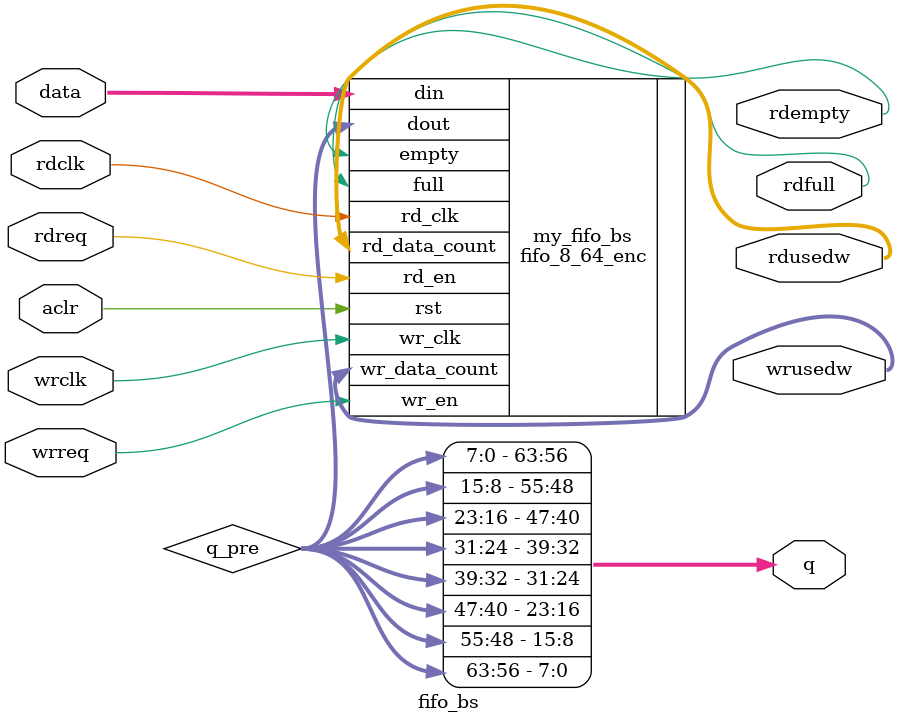
<source format=v>
`timescale 1ns / 1ps

module fifo_bs(
	aclr,
	data,
	rdclk,
	rdreq,
	wrclk,
	wrreq,
	q,
	rdempty,
	rdusedw,
	rdfull,
	wrusedw
	);

	input	  aclr;
	input	[7:0]  data;
	input	  rdclk;
	input	  rdreq;
	input	  wrclk;
	input	  wrreq;
	output	[63:0]  q;
	output	  rdempty;
	output	[7:0]  rdusedw;
	output	[10:0]  wrusedw;
	output	  rdfull;
	
	wire [63:0] q_pre;

	fifo_8_64_enc my_fifo_bs(
		.rst (aclr),
		.wr_clk (wrclk),
		.rd_clk (rdclk),
		.din (data),
		.wr_en (wrreq),
		.rd_en (rdreq),
		.dout (q_pre),
		.full (rdfull),
		.empty (rdempty),
		.rd_data_count (rdusedw),
		.wr_data_count (wrusedw)
		);
	
	assign q = {q_pre[7:0],q_pre[15:8],q_pre[23:16],q_pre[31:24],q_pre[39:32],q_pre[47:40],q_pre[55:48],q_pre[63:56]};

endmodule

</source>
